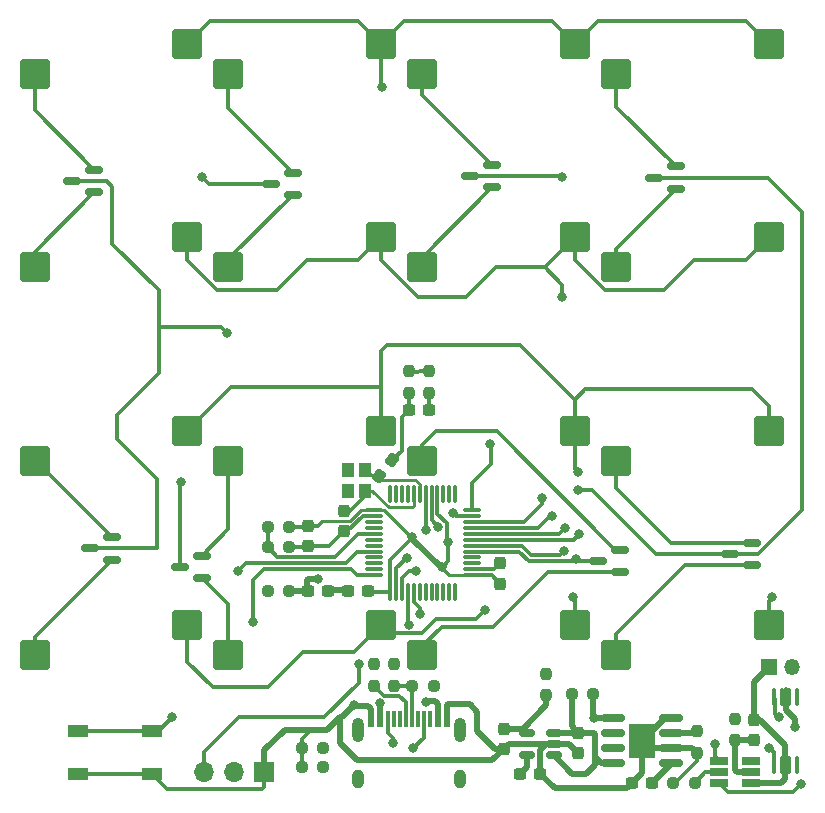
<source format=gbr>
%TF.GenerationSoftware,KiCad,Pcbnew,7.0.8*%
%TF.CreationDate,2023-10-13T15:36:56+03:00*%
%TF.ProjectId,4x4_switch,3478345f-7377-4697-9463-682e6b696361,rev?*%
%TF.SameCoordinates,Original*%
%TF.FileFunction,Copper,L2,Bot*%
%TF.FilePolarity,Positive*%
%FSLAX46Y46*%
G04 Gerber Fmt 4.6, Leading zero omitted, Abs format (unit mm)*
G04 Created by KiCad (PCBNEW 7.0.8) date 2023-10-13 15:36:56*
%MOMM*%
%LPD*%
G01*
G04 APERTURE LIST*
G04 Aperture macros list*
%AMRoundRect*
0 Rectangle with rounded corners*
0 $1 Rounding radius*
0 $2 $3 $4 $5 $6 $7 $8 $9 X,Y pos of 4 corners*
0 Add a 4 corners polygon primitive as box body*
4,1,4,$2,$3,$4,$5,$6,$7,$8,$9,$2,$3,0*
0 Add four circle primitives for the rounded corners*
1,1,$1+$1,$2,$3*
1,1,$1+$1,$4,$5*
1,1,$1+$1,$6,$7*
1,1,$1+$1,$8,$9*
0 Add four rect primitives between the rounded corners*
20,1,$1+$1,$2,$3,$4,$5,0*
20,1,$1+$1,$4,$5,$6,$7,0*
20,1,$1+$1,$6,$7,$8,$9,0*
20,1,$1+$1,$8,$9,$2,$3,0*%
G04 Aperture macros list end*
%TA.AperFunction,SMDPad,CuDef*%
%ADD10RoundRect,0.237500X0.250000X0.237500X-0.250000X0.237500X-0.250000X-0.237500X0.250000X-0.237500X0*%
%TD*%
%TA.AperFunction,SMDPad,CuDef*%
%ADD11R,1.800000X1.100000*%
%TD*%
%TA.AperFunction,ComponentPad*%
%ADD12R,1.350000X1.350000*%
%TD*%
%TA.AperFunction,ComponentPad*%
%ADD13O,1.350000X1.350000*%
%TD*%
%TA.AperFunction,SMDPad,CuDef*%
%ADD14RoundRect,0.237500X-0.250000X-0.237500X0.250000X-0.237500X0.250000X0.237500X-0.250000X0.237500X0*%
%TD*%
%TA.AperFunction,SMDPad,CuDef*%
%ADD15R,1.560000X0.650000*%
%TD*%
%TA.AperFunction,SMDPad,CuDef*%
%ADD16RoundRect,0.100000X0.100000X-0.637500X0.100000X0.637500X-0.100000X0.637500X-0.100000X-0.637500X0*%
%TD*%
%TA.AperFunction,SMDPad,CuDef*%
%ADD17RoundRect,0.150000X0.825000X0.150000X-0.825000X0.150000X-0.825000X-0.150000X0.825000X-0.150000X0*%
%TD*%
%TA.AperFunction,SMDPad,CuDef*%
%ADD18R,2.290000X3.000000*%
%TD*%
%TA.AperFunction,SMDPad,CuDef*%
%ADD19RoundRect,0.237500X0.237500X-0.250000X0.237500X0.250000X-0.237500X0.250000X-0.237500X-0.250000X0*%
%TD*%
%TA.AperFunction,SMDPad,CuDef*%
%ADD20RoundRect,0.237500X-0.237500X0.250000X-0.237500X-0.250000X0.237500X-0.250000X0.237500X0.250000X0*%
%TD*%
%TA.AperFunction,SMDPad,CuDef*%
%ADD21RoundRect,0.237500X0.237500X-0.300000X0.237500X0.300000X-0.237500X0.300000X-0.237500X-0.300000X0*%
%TD*%
%TA.AperFunction,SMDPad,CuDef*%
%ADD22RoundRect,0.237500X0.300000X0.237500X-0.300000X0.237500X-0.300000X-0.237500X0.300000X-0.237500X0*%
%TD*%
%TA.AperFunction,ComponentPad*%
%ADD23R,1.700000X1.700000*%
%TD*%
%TA.AperFunction,ComponentPad*%
%ADD24O,1.700000X1.700000*%
%TD*%
%TA.AperFunction,SMDPad,CuDef*%
%ADD25R,1.000000X1.150000*%
%TD*%
%TA.AperFunction,SMDPad,CuDef*%
%ADD26RoundRect,0.237500X-0.010901X-0.382475X0.374772X0.077151X0.010901X0.382475X-0.374772X-0.077151X0*%
%TD*%
%TA.AperFunction,SMDPad,CuDef*%
%ADD27RoundRect,0.237500X-0.237500X0.300000X-0.237500X-0.300000X0.237500X-0.300000X0.237500X0.300000X0*%
%TD*%
%TA.AperFunction,SMDPad,CuDef*%
%ADD28RoundRect,0.250000X-1.025000X-1.000000X1.025000X-1.000000X1.025000X1.000000X-1.025000X1.000000X0*%
%TD*%
%TA.AperFunction,SMDPad,CuDef*%
%ADD29RoundRect,0.150000X0.587500X0.150000X-0.587500X0.150000X-0.587500X-0.150000X0.587500X-0.150000X0*%
%TD*%
%TA.AperFunction,SMDPad,CuDef*%
%ADD30RoundRect,0.237500X-0.300000X-0.237500X0.300000X-0.237500X0.300000X0.237500X-0.300000X0.237500X0*%
%TD*%
%TA.AperFunction,SMDPad,CuDef*%
%ADD31R,0.600000X1.450000*%
%TD*%
%TA.AperFunction,SMDPad,CuDef*%
%ADD32R,0.300000X1.450000*%
%TD*%
%TA.AperFunction,ComponentPad*%
%ADD33O,1.000000X1.600000*%
%TD*%
%TA.AperFunction,ComponentPad*%
%ADD34O,1.000000X2.100000*%
%TD*%
%TA.AperFunction,SMDPad,CuDef*%
%ADD35RoundRect,0.150000X0.512500X0.150000X-0.512500X0.150000X-0.512500X-0.150000X0.512500X-0.150000X0*%
%TD*%
%TA.AperFunction,SMDPad,CuDef*%
%ADD36RoundRect,0.075000X-0.075000X0.662500X-0.075000X-0.662500X0.075000X-0.662500X0.075000X0.662500X0*%
%TD*%
%TA.AperFunction,SMDPad,CuDef*%
%ADD37RoundRect,0.075000X-0.662500X0.075000X-0.662500X-0.075000X0.662500X-0.075000X0.662500X0.075000X0*%
%TD*%
%TA.AperFunction,ViaPad*%
%ADD38C,0.800000*%
%TD*%
%TA.AperFunction,Conductor*%
%ADD39C,0.300000*%
%TD*%
%TA.AperFunction,Conductor*%
%ADD40C,0.500000*%
%TD*%
%TA.AperFunction,Conductor*%
%ADD41C,0.250000*%
%TD*%
G04 APERTURE END LIST*
D10*
%TO.P,R11,1*%
%TO.N,+3.3V*%
X179261852Y-74831610D03*
%TO.P,R11,2*%
%TO.N,Net-(U2-PB5)*%
X177436852Y-74831610D03*
%TD*%
D11*
%TO.P,SW1,1*%
%TO.N,GND*%
X167613812Y-90383871D03*
X161413812Y-90383871D03*
%TO.P,SW1,2*%
%TO.N,Net-(U2-PB5)*%
X161413812Y-86683871D03*
X167613812Y-86683871D03*
%TD*%
D12*
%TO.P,J1,1,Pin_1*%
%TO.N,-BATT*%
X219853622Y-81312027D03*
D13*
%TO.P,J1,2,Pin_2*%
%TO.N,+BATT*%
X221853622Y-81312027D03*
%TD*%
D14*
%TO.P,R10,1*%
%TO.N,+BATT*%
X203189911Y-83556128D03*
%TO.P,R10,2*%
%TO.N,+5V*%
X205014911Y-83556128D03*
%TD*%
D15*
%TO.P,U6,1,OD*%
%TO.N,Net-(U5-Gate_1)*%
X215683220Y-91166987D03*
%TO.P,U6,2,CS*%
%TO.N,Net-(U6-CS)*%
X215683220Y-90216987D03*
%TO.P,U6,3,OC*%
%TO.N,Net-(U5-Gate_2)*%
X215683220Y-89266987D03*
%TO.P,U6,4,TD*%
%TO.N,unconnected-(U6-TD-Pad4)*%
X218383220Y-89266987D03*
%TO.P,U6,5,VCC*%
%TO.N,Net-(U6-VCC)*%
X218383220Y-90216987D03*
%TO.P,U6,6,GND*%
%TO.N,-BATT*%
X218383220Y-91166987D03*
%TD*%
D16*
%TO.P,U5,1,Drain*%
%TO.N,unconnected-(U5-Drain-Pad1)*%
X222260687Y-89600616D03*
%TO.P,U5,2,Source_1*%
%TO.N,-BATT*%
X221610687Y-89600616D03*
%TO.P,U5,3,Source_1*%
X220960687Y-89600616D03*
%TO.P,U5,4,Gate_1*%
%TO.N,Net-(U5-Gate_1)*%
X220310687Y-89600616D03*
%TO.P,U5,5,Gate_2*%
%TO.N,Net-(U5-Gate_2)*%
X220310687Y-83875616D03*
%TO.P,U5,6,Source_2*%
%TO.N,GND*%
X220960687Y-83875616D03*
%TO.P,U5,7,Source_2*%
X221610687Y-83875616D03*
%TO.P,U5,8,Drain*%
%TO.N,unconnected-(U5-Drain-Pad8)*%
X222260687Y-83875616D03*
%TD*%
D17*
%TO.P,U4,1,TEMP*%
%TO.N,GND*%
X211607217Y-85630769D03*
%TO.P,U4,2,PROG*%
%TO.N,Net-(U4-PROG)*%
X211607217Y-86900769D03*
%TO.P,U4,3,GND*%
%TO.N,GND*%
X211607217Y-88170769D03*
%TO.P,U4,4,VCC*%
%TO.N,+5V*%
X211607217Y-89440769D03*
%TO.P,U4,5,BAT*%
%TO.N,+BATT*%
X206657217Y-89440769D03*
%TO.P,U4,6,~{STDBY}*%
%TO.N,unconnected-(U4-~{STDBY}-Pad6)*%
X206657217Y-88170769D03*
%TO.P,U4,7,~{CHRG}*%
%TO.N,unconnected-(U4-~{CHRG}-Pad7)*%
X206657217Y-86900769D03*
%TO.P,U4,8,CE*%
%TO.N,+5V*%
X206657217Y-85630769D03*
D18*
%TO.P,U4,9,PP*%
%TO.N,GND*%
X209132217Y-87535769D03*
%TD*%
D19*
%TO.P,R16,1*%
%TO.N,Net-(U1-VOUT)*%
X201025786Y-83683412D03*
%TO.P,R16,2*%
%TO.N,+3.3V*%
X201025786Y-81858412D03*
%TD*%
D20*
%TO.P,R15,1*%
%TO.N,+BATT*%
X217024745Y-85676695D03*
%TO.P,R15,2*%
%TO.N,Net-(U6-VCC)*%
X217024745Y-87501695D03*
%TD*%
D14*
%TO.P,R14,1*%
%TO.N,GND*%
X211771103Y-91111939D03*
%TO.P,R14,2*%
%TO.N,Net-(U6-CS)*%
X213596103Y-91111939D03*
%TD*%
D19*
%TO.P,R13,1*%
%TO.N,GND*%
X213773559Y-88567528D03*
%TO.P,R13,2*%
%TO.N,Net-(U4-PROG)*%
X213773559Y-86742528D03*
%TD*%
D21*
%TO.P,C15,1*%
%TO.N,Net-(U6-VCC)*%
X218626643Y-87486811D03*
%TO.P,C15,2*%
%TO.N,-BATT*%
X218626643Y-85761811D03*
%TD*%
D22*
%TO.P,C14,1*%
%TO.N,+5V*%
X210010636Y-91119945D03*
%TO.P,C14,2*%
%TO.N,GND*%
X208285636Y-91119945D03*
%TD*%
D14*
%TO.P,R9,1*%
%TO.N,Net-(P1-D+)*%
X189675073Y-82925137D03*
%TO.P,R9,2*%
%TO.N,+3.3V*%
X191500073Y-82925137D03*
%TD*%
D23*
%TO.P,J2,1,Pin_1*%
%TO.N,GND*%
X177155948Y-90157813D03*
D24*
%TO.P,J2,2,Pin_2*%
%TO.N,SWCLK*%
X174615948Y-90157813D03*
%TO.P,J2,3,Pin_3*%
%TO.N,SWDIO*%
X172075948Y-90157813D03*
%TD*%
D20*
%TO.P,R8,1*%
%TO.N,USB_D+*%
X188092813Y-81068516D03*
%TO.P,R8,2*%
%TO.N,Net-(P1-D+)*%
X188092813Y-82893516D03*
%TD*%
%TO.P,R7,1*%
%TO.N,USB_D-*%
X186464342Y-81052706D03*
%TO.P,R7,2*%
%TO.N,Net-(P1-D-)*%
X186464342Y-82877706D03*
%TD*%
D14*
%TO.P,R2,1*%
%TO.N,GND*%
X180334577Y-88153051D03*
%TO.P,R2,2*%
%TO.N,Net-(P1-VCONN)*%
X182159577Y-88153051D03*
%TD*%
%TO.P,R1,1*%
%TO.N,GND*%
X180329112Y-89810463D03*
%TO.P,R1,2*%
%TO.N,Net-(P1-CC)*%
X182154112Y-89810463D03*
%TD*%
D25*
%TO.P,Y1,1,1*%
%TO.N,osc2*%
X185647378Y-64665096D03*
%TO.P,Y1,2,2*%
%TO.N,osc1*%
X185647378Y-66415096D03*
%TO.P,Y1,3*%
%TO.N,N/C*%
X184247378Y-66415096D03*
%TO.P,Y1,4*%
X184247378Y-64665096D03*
%TD*%
D26*
%TO.P,C10,1*%
%TO.N,osc2*%
X186875817Y-65121234D03*
%TO.P,C10,2*%
%TO.N,GND*%
X187984625Y-63799808D03*
%TD*%
D27*
%TO.P,C9,1*%
%TO.N,osc1*%
X183902587Y-68088190D03*
%TO.P,C9,2*%
%TO.N,GND*%
X183902587Y-69813190D03*
%TD*%
D28*
%TO.P,SW11,1*%
%TO.N,Net-(D6-Pad1)*%
X157715000Y-63860000D03*
%TO.P,SW11,2*%
%TO.N,row_3*%
X170642000Y-61320000D03*
%TD*%
%TO.P,SW23,1*%
%TO.N,Net-(D12-Pad1)*%
X206915000Y-63860000D03*
%TO.P,SW23,2*%
%TO.N,row_3*%
X219842000Y-61320000D03*
%TD*%
%TO.P,SW19,1*%
%TO.N,Net-(D10-Pad1)*%
X190515000Y-63860000D03*
%TO.P,SW19,2*%
%TO.N,row_3*%
X203442000Y-61320000D03*
%TD*%
%TO.P,SW24,1*%
%TO.N,Net-(D12-Pad2)*%
X206915000Y-80260000D03*
%TO.P,SW24,2*%
%TO.N,row_4*%
X219842000Y-77720000D03*
%TD*%
%TO.P,SW12,1*%
%TO.N,Net-(D6-Pad2)*%
X157715000Y-80260000D03*
%TO.P,SW12,2*%
%TO.N,row_4*%
X170642000Y-77720000D03*
%TD*%
%TO.P,SW16,1*%
%TO.N,Net-(D8-Pad2)*%
X174115000Y-80260000D03*
%TO.P,SW16,2*%
%TO.N,row_4*%
X187042000Y-77720000D03*
%TD*%
%TO.P,SW14,1*%
%TO.N,Net-(D7-Pad2)*%
X174115000Y-47460000D03*
%TO.P,SW14,2*%
%TO.N,row_2*%
X187042000Y-44920000D03*
%TD*%
%TO.P,SW13,1*%
%TO.N,Net-(D7-Pad1)*%
X174115000Y-31060000D03*
%TO.P,SW13,2*%
%TO.N,row_1*%
X187042000Y-28520000D03*
%TD*%
%TO.P,SW18,2*%
%TO.N,row_2*%
X203442000Y-44920000D03*
%TO.P,SW18,1*%
%TO.N,Net-(D9-Pad2)*%
X190515000Y-47460000D03*
%TD*%
%TO.P,SW15,1*%
%TO.N,Net-(D8-Pad1)*%
X174115000Y-63860000D03*
%TO.P,SW15,2*%
%TO.N,row_3*%
X187042000Y-61320000D03*
%TD*%
%TO.P,SW9,1*%
%TO.N,Net-(D5-Pad1)*%
X157715000Y-31060000D03*
%TO.P,SW9,2*%
%TO.N,row_1*%
X170642000Y-28520000D03*
%TD*%
%TO.P,SW10,1*%
%TO.N,Net-(D5-Pad2)*%
X157715000Y-47460000D03*
%TO.P,SW10,2*%
%TO.N,row_2*%
X170642000Y-44920000D03*
%TD*%
%TO.P,SW21,1*%
%TO.N,Net-(D11-Pad1)*%
X206915000Y-31060000D03*
%TO.P,SW21,2*%
%TO.N,row_1*%
X219842000Y-28520000D03*
%TD*%
%TO.P,SW17,1*%
%TO.N,Net-(D9-Pad1)*%
X190515000Y-31060000D03*
%TO.P,SW17,2*%
%TO.N,row_1*%
X203442000Y-28520000D03*
%TD*%
%TO.P,SW22,1*%
%TO.N,Net-(D11-Pad2)*%
X206915000Y-47460000D03*
%TO.P,SW22,2*%
%TO.N,row_2*%
X219842000Y-44920000D03*
%TD*%
%TO.P,SW20,2*%
%TO.N,row_4*%
X203442000Y-77720000D03*
%TO.P,SW20,1*%
%TO.N,Net-(D10-Pad2)*%
X190515000Y-80260000D03*
%TD*%
D29*
%TO.P,D10,1*%
%TO.N,Net-(D10-Pad1)*%
X207262063Y-71359309D03*
%TO.P,D10,2*%
%TO.N,Net-(D10-Pad2)*%
X207262063Y-73259309D03*
%TO.P,D10,3*%
%TO.N,col_3*%
X205387063Y-72309309D03*
%TD*%
D22*
%TO.P,C6,1*%
%TO.N,+3.3V*%
X191088767Y-59586857D03*
%TO.P,C6,2*%
%TO.N,GND*%
X189363767Y-59586857D03*
%TD*%
D29*
%TO.P,D9,1*%
%TO.N,Net-(D9-Pad1)*%
X196465730Y-38786628D03*
%TO.P,D9,2*%
%TO.N,Net-(D9-Pad2)*%
X196465730Y-40686628D03*
%TO.P,D9,3*%
%TO.N,col_3*%
X194590730Y-39736628D03*
%TD*%
D27*
%TO.P,C8,1*%
%TO.N,+3.3V*%
X180863174Y-69351689D03*
%TO.P,C8,2*%
%TO.N,GND*%
X180863174Y-71076689D03*
%TD*%
D21*
%TO.P,C5,1*%
%TO.N,+3.3V*%
X197129029Y-74265311D03*
%TO.P,C5,2*%
%TO.N,GND*%
X197129029Y-72540311D03*
%TD*%
D30*
%TO.P,C4,1*%
%TO.N,+3.3V*%
X180854692Y-74896511D03*
%TO.P,C4,2*%
%TO.N,GND*%
X182579692Y-74896511D03*
%TD*%
D29*
%TO.P,D6,1*%
%TO.N,Net-(D6-Pad1)*%
X164300000Y-70320000D03*
%TO.P,D6,2*%
%TO.N,Net-(D6-Pad2)*%
X164300000Y-72220000D03*
%TO.P,D6,3*%
%TO.N,col_1*%
X162425000Y-71270000D03*
%TD*%
D31*
%TO.P,P1,A1,GND*%
%TO.N,GND*%
X192649042Y-85724719D03*
%TO.P,P1,A4,VBUS*%
%TO.N,+5V*%
X191849042Y-85724719D03*
D32*
%TO.P,P1,A5,CC*%
%TO.N,Net-(P1-CC)*%
X190649042Y-85724719D03*
%TO.P,P1,A6,D+*%
%TO.N,Net-(P1-D+)*%
X189649042Y-85724719D03*
%TO.P,P1,A7,D-*%
%TO.N,Net-(P1-D-)*%
X189149042Y-85724719D03*
%TO.P,P1,A8*%
%TO.N,N/C*%
X188149042Y-85724719D03*
D31*
%TO.P,P1,A9,VBUS*%
%TO.N,+5V*%
X186949042Y-85724719D03*
%TO.P,P1,A12,GND*%
%TO.N,GND*%
X186149042Y-85724719D03*
%TO.P,P1,B1,GND*%
X186149042Y-85724719D03*
%TO.P,P1,B4,VBUS*%
%TO.N,+5V*%
X186949042Y-85724719D03*
D32*
%TO.P,P1,B5,VCONN*%
%TO.N,Net-(P1-VCONN)*%
X187649042Y-85724719D03*
%TO.P,P1,B6*%
%TO.N,N/C*%
X188649042Y-85724719D03*
%TO.P,P1,B7*%
X190149042Y-85724719D03*
%TO.P,P1,B8*%
X191149042Y-85724719D03*
D31*
%TO.P,P1,B9,VBUS*%
%TO.N,+5V*%
X191849042Y-85724719D03*
%TO.P,P1,B12,GND*%
%TO.N,GND*%
X192649042Y-85724719D03*
D33*
%TO.P,P1,S1,SHIELD*%
%TO.N,unconnected-(P1-SHIELD-PadS1)*%
X193719042Y-90819719D03*
D34*
X193719042Y-86639719D03*
D33*
X185079042Y-90819719D03*
D34*
X185079042Y-86639719D03*
%TD*%
D19*
%TO.P,R5,1*%
%TO.N,+3.3V*%
X191110811Y-58065826D03*
%TO.P,R5,2*%
%TO.N,RESET*%
X191110811Y-56240826D03*
%TD*%
D35*
%TO.P,U1,1,VIN*%
%TO.N,+BATT*%
X201669871Y-86892103D03*
%TO.P,U1,2,GND*%
%TO.N,GND*%
X201669871Y-87842103D03*
%TO.P,U1,3,INH*%
%TO.N,+BATT*%
X201669871Y-88792103D03*
%TO.P,U1,4,BYP*%
%TO.N,Net-(U1-BYP)*%
X199394871Y-88792103D03*
%TO.P,U1,5,VOUT*%
%TO.N,Net-(U1-VOUT)*%
X199394871Y-86892103D03*
%TD*%
D30*
%TO.P,C2,1*%
%TO.N,Net-(U1-BYP)*%
X198802746Y-90324763D03*
%TO.P,C2,2*%
%TO.N,GND*%
X200527746Y-90324763D03*
%TD*%
D29*
%TO.P,D11,1*%
%TO.N,Net-(D11-Pad1)*%
X211989752Y-38928550D03*
%TO.P,D11,2*%
%TO.N,Net-(D11-Pad2)*%
X211989752Y-40828550D03*
%TO.P,D11,3*%
%TO.N,col_4*%
X210114752Y-39878550D03*
%TD*%
D22*
%TO.P,C7,1*%
%TO.N,+3.3V*%
X185951606Y-74878054D03*
%TO.P,C7,2*%
%TO.N,GND*%
X184226606Y-74878054D03*
%TD*%
D27*
%TO.P,C3,1*%
%TO.N,Net-(U1-VOUT)*%
X197422612Y-86534557D03*
%TO.P,C3,2*%
%TO.N,GND*%
X197422612Y-88259557D03*
%TD*%
D29*
%TO.P,D12,1*%
%TO.N,Net-(D12-Pad1)*%
X218457027Y-70788448D03*
%TO.P,D12,2*%
%TO.N,Net-(D12-Pad2)*%
X218457027Y-72688448D03*
%TO.P,D12,3*%
%TO.N,col_4*%
X216582027Y-71738448D03*
%TD*%
%TO.P,D8,1*%
%TO.N,Net-(D8-Pad1)*%
X171900221Y-71866727D03*
%TO.P,D8,2*%
%TO.N,Net-(D8-Pad2)*%
X171900221Y-73766727D03*
%TO.P,D8,3*%
%TO.N,col_2*%
X170025221Y-72816727D03*
%TD*%
%TO.P,D5,1*%
%TO.N,Net-(D5-Pad1)*%
X162760652Y-39199511D03*
%TO.P,D5,2*%
%TO.N,Net-(D5-Pad2)*%
X162760652Y-41099511D03*
%TO.P,D5,3*%
%TO.N,col_1*%
X160885652Y-40149511D03*
%TD*%
D27*
%TO.P,C1,1*%
%TO.N,+BATT*%
X203724053Y-86861272D03*
%TO.P,C1,2*%
%TO.N,GND*%
X203724053Y-88586272D03*
%TD*%
D10*
%TO.P,R6,1*%
%TO.N,+3.3V*%
X179284861Y-69414259D03*
%TO.P,R6,2*%
%TO.N,BOOT0*%
X177459861Y-69414259D03*
%TD*%
D19*
%TO.P,R3,1*%
%TO.N,GND*%
X189413428Y-58105267D03*
%TO.P,R3,2*%
%TO.N,RESET*%
X189413428Y-56280267D03*
%TD*%
D36*
%TO.P,U2,1,VBAT*%
%TO.N,unconnected-(U2-VBAT-Pad1)*%
X187815428Y-66621310D03*
%TO.P,U2,2,PC13*%
%TO.N,unconnected-(U2-PC13-Pad2)*%
X188315428Y-66621310D03*
%TO.P,U2,3,PC14*%
%TO.N,unconnected-(U2-PC14-Pad3)*%
X188815428Y-66621310D03*
%TO.P,U2,4,PC15*%
%TO.N,unconnected-(U2-PC15-Pad4)*%
X189315428Y-66621310D03*
%TO.P,U2,5,PD0*%
%TO.N,osc1*%
X189815428Y-66621310D03*
%TO.P,U2,6,PD1*%
%TO.N,osc2*%
X190315428Y-66621310D03*
%TO.P,U2,7,NRST*%
%TO.N,RESET*%
X190815428Y-66621310D03*
%TO.P,U2,8,VSSA*%
%TO.N,GND*%
X191315428Y-66621310D03*
%TO.P,U2,9,VDDA*%
%TO.N,+3.3V*%
X191815428Y-66621310D03*
%TO.P,U2,10,PA0*%
%TO.N,unconnected-(U2-PA0-Pad10)*%
X192315428Y-66621310D03*
%TO.P,U2,11,PA1*%
%TO.N,unconnected-(U2-PA1-Pad11)*%
X192815428Y-66621310D03*
%TO.P,U2,12,PA2*%
%TO.N,unconnected-(U2-PA2-Pad12)*%
X193315428Y-66621310D03*
D37*
%TO.P,U2,13,PA3*%
%TO.N,col_1*%
X194727928Y-68033810D03*
%TO.P,U2,14,PA4*%
%TO.N,col_2*%
X194727928Y-68533810D03*
%TO.P,U2,15,PA5*%
%TO.N,row_1*%
X194727928Y-69033810D03*
%TO.P,U2,16,PA6*%
%TO.N,row_2*%
X194727928Y-69533810D03*
%TO.P,U2,17,PA7*%
%TO.N,row_3*%
X194727928Y-70033810D03*
%TO.P,U2,18,PB0*%
%TO.N,col_4*%
X194727928Y-70533810D03*
%TO.P,U2,19,PB1*%
%TO.N,row_4*%
X194727928Y-71033810D03*
%TO.P,U2,20,PB2*%
%TO.N,col_3*%
X194727928Y-71533810D03*
%TO.P,U2,21,PB10*%
%TO.N,unconnected-(U2-PB10-Pad21)*%
X194727928Y-72033810D03*
%TO.P,U2,22,PB11*%
%TO.N,unconnected-(U2-PB11-Pad22)*%
X194727928Y-72533810D03*
%TO.P,U2,23,VSS*%
%TO.N,GND*%
X194727928Y-73033810D03*
%TO.P,U2,24,VDD*%
%TO.N,+3.3V*%
X194727928Y-73533810D03*
D36*
%TO.P,U2,25,PB12*%
%TO.N,unconnected-(U2-PB12-Pad25)*%
X193315428Y-74946310D03*
%TO.P,U2,26,PB13*%
%TO.N,unconnected-(U2-PB13-Pad26)*%
X192815428Y-74946310D03*
%TO.P,U2,27,PB14*%
%TO.N,unconnected-(U2-PB14-Pad27)*%
X192315428Y-74946310D03*
%TO.P,U2,28,PB15*%
%TO.N,unconnected-(U2-PB15-Pad28)*%
X191815428Y-74946310D03*
%TO.P,U2,29,PA8*%
%TO.N,unconnected-(U2-PA8-Pad29)*%
X191315428Y-74946310D03*
%TO.P,U2,30,PA9*%
%TO.N,unconnected-(U2-PA9-Pad30)*%
X190815428Y-74946310D03*
%TO.P,U2,31,PA10*%
%TO.N,unconnected-(U2-PA10-Pad31)*%
X190315428Y-74946310D03*
%TO.P,U2,32,PA11*%
%TO.N,USB_D-*%
X189815428Y-74946310D03*
%TO.P,U2,33,PA12*%
%TO.N,USB_D+*%
X189315428Y-74946310D03*
%TO.P,U2,34,PA13*%
%TO.N,SWDIO*%
X188815428Y-74946310D03*
%TO.P,U2,35,VSS*%
%TO.N,GND*%
X188315428Y-74946310D03*
%TO.P,U2,36,VDD*%
%TO.N,+3.3V*%
X187815428Y-74946310D03*
D37*
%TO.P,U2,37,PA14*%
%TO.N,SWCLK*%
X186402928Y-73533810D03*
%TO.P,U2,38,PA15*%
%TO.N,unconnected-(U2-PA15-Pad38)*%
X186402928Y-73033810D03*
%TO.P,U2,39,PB3*%
%TO.N,unconnected-(U2-PB3-Pad39)*%
X186402928Y-72533810D03*
%TO.P,U2,40,PB4*%
%TO.N,unconnected-(U2-PB4-Pad40)*%
X186402928Y-72033810D03*
%TO.P,U2,41,PB5*%
%TO.N,Net-(U2-PB5)*%
X186402928Y-71533810D03*
%TO.P,U2,42,PB6*%
%TO.N,unconnected-(U2-PB6-Pad42)*%
X186402928Y-71033810D03*
%TO.P,U2,43,PB7*%
%TO.N,unconnected-(U2-PB7-Pad43)*%
X186402928Y-70533810D03*
%TO.P,U2,44,BOOT0*%
%TO.N,BOOT0*%
X186402928Y-70033810D03*
%TO.P,U2,45,PB8*%
%TO.N,unconnected-(U2-PB8-Pad45)*%
X186402928Y-69533810D03*
%TO.P,U2,46,PB9*%
%TO.N,unconnected-(U2-PB9-Pad46)*%
X186402928Y-69033810D03*
%TO.P,U2,47,VSS*%
%TO.N,GND*%
X186402928Y-68533810D03*
%TO.P,U2,48,VDD*%
%TO.N,+3.3V*%
X186402928Y-68033810D03*
%TD*%
D29*
%TO.P,D7,1*%
%TO.N,Net-(D7-Pad1)*%
X179555383Y-39446908D03*
%TO.P,D7,2*%
%TO.N,Net-(D7-Pad2)*%
X179555383Y-41346908D03*
%TO.P,D7,3*%
%TO.N,col_2*%
X177680383Y-40396908D03*
%TD*%
D10*
%TO.P,R4,1*%
%TO.N,GND*%
X179259348Y-71149198D03*
%TO.P,R4,2*%
%TO.N,BOOT0*%
X177434348Y-71149198D03*
%TD*%
D38*
%TO.N,Net-(U2-PB5)*%
X169380000Y-85560000D03*
X177459937Y-74807424D03*
X174896139Y-73211096D03*
%TO.N,GND*%
X222054275Y-86417966D03*
X213792052Y-88593898D03*
%TO.N,+BATT*%
X217052831Y-85671841D03*
X203212428Y-83518890D03*
%TO.N,Net-(U5-Gate_2)*%
X215271826Y-87784859D03*
X220704377Y-85559999D03*
%TO.N,Net-(U5-Gate_1)*%
X219911406Y-88126967D03*
X222601558Y-91205734D03*
%TO.N,+3.3V*%
X201025017Y-81855367D03*
X191504377Y-82921185D03*
%TO.N,+5V*%
X209940792Y-91168123D03*
X205032095Y-85630769D03*
%TO.N,row_4*%
X220180000Y-75400000D03*
%TO.N,row_1*%
X187160000Y-32220000D03*
%TO.N,row_2*%
X202400000Y-50000000D03*
%TO.N,row_1*%
X200630075Y-66956167D03*
%TO.N,row_2*%
X201475909Y-68558876D03*
%TO.N,col_1*%
X173999678Y-53012171D03*
X196277097Y-62462376D03*
%TO.N,col_2*%
X193137478Y-68270209D03*
%TO.N,row_3*%
X202611220Y-69496167D03*
X203693726Y-64809709D03*
%TO.N,row_4*%
X202522234Y-71446667D03*
%TO.N,col_4*%
X203806966Y-70078078D03*
X203670813Y-66350741D03*
%TO.N,row_4*%
X203327571Y-75400000D03*
X195844311Y-76444894D03*
%TO.N,SWDIO*%
X185158612Y-81060856D03*
%TO.N,SWCLK*%
X176210658Y-77463267D03*
%TO.N,SWDIO*%
X190034234Y-73199539D03*
%TO.N,col_2*%
X171920000Y-39840000D03*
X170063009Y-65622485D03*
%TO.N,col_3*%
X202400000Y-39840000D03*
X203584143Y-72184071D03*
%TO.N,+3.3V*%
X181713902Y-73826186D03*
X189700000Y-70320000D03*
X192240000Y-72860000D03*
%TO.N,GND*%
X184740951Y-84538823D03*
%TO.N,USB_D-*%
X190371941Y-76846447D03*
%TO.N,USB_D+*%
X189444800Y-77711152D03*
X188077003Y-81049174D03*
%TO.N,USB_D-*%
X186448532Y-81049174D03*
%TO.N,Net-(P1-VCONN)*%
X188089770Y-87770616D03*
%TO.N,Net-(P1-CC)*%
X189776212Y-88165876D03*
X182142000Y-89828245D03*
%TO.N,Net-(P1-VCONN)*%
X182161062Y-88176246D03*
%TO.N,+5V*%
X190882940Y-84242466D03*
X186955851Y-84387408D03*
%TO.N,GND*%
X189227273Y-72051790D03*
X197129029Y-72540311D03*
X184226606Y-74878054D03*
X189416513Y-58104720D03*
X179268272Y-71118529D03*
X191887247Y-69452806D03*
%TO.N,+3.3V*%
X192736578Y-70689730D03*
X191117433Y-58078143D03*
%TO.N,RESET*%
X189412219Y-56291155D03*
X190821563Y-69713306D03*
%TD*%
D39*
%TO.N,GND*%
X161413812Y-90383871D02*
X167613812Y-90383871D01*
%TO.N,Net-(U2-PB5)*%
X161413812Y-86683871D02*
X167613812Y-86683871D01*
D40*
%TO.N,+5V*%
X190882940Y-84242466D02*
X190919866Y-84205540D01*
X191647424Y-84205540D02*
X191849042Y-84407158D01*
X190919866Y-84205540D02*
X191647424Y-84205540D01*
X191849042Y-84407158D02*
X191849042Y-85724719D01*
%TO.N,GND*%
X192649042Y-85724719D02*
X192649042Y-84548636D01*
X192649042Y-84548636D02*
X192722444Y-84475234D01*
X196691430Y-88259557D02*
X197422612Y-88259557D01*
X192722444Y-84475234D02*
X194542051Y-84475234D01*
X194542051Y-84475234D02*
X195157918Y-85091101D01*
X195157918Y-86726045D02*
X196691430Y-88259557D01*
X195157918Y-85091101D02*
X195157918Y-86726045D01*
D39*
%TO.N,Net-(U2-PB5)*%
X167613812Y-86683871D02*
X168256129Y-86683871D01*
X168256129Y-86683871D02*
X169380000Y-85560000D01*
X174896139Y-73211096D02*
X175620409Y-72486826D01*
X175620409Y-72486826D02*
X184043603Y-72486826D01*
X184043603Y-72486826D02*
X184996619Y-71533810D01*
X184996619Y-71533810D02*
X186402928Y-71533810D01*
D40*
%TO.N,+3.3V*%
X180797793Y-73951591D02*
X180797793Y-74823608D01*
X180789791Y-74831610D02*
X179261852Y-74831610D01*
X180797793Y-74823608D02*
X180789791Y-74831610D01*
D39*
%TO.N,SWCLK*%
X176210658Y-77463267D02*
X176210658Y-73916173D01*
X176210658Y-73916173D02*
X177096188Y-73030643D01*
X177096188Y-73030643D02*
X184500215Y-73030643D01*
X184500215Y-73030643D02*
X185003382Y-73533810D01*
X185003382Y-73533810D02*
X186402928Y-73533810D01*
%TO.N,GND*%
X167613812Y-90383871D02*
X168885008Y-91655067D01*
X168885008Y-91655067D02*
X176941173Y-91655067D01*
X176941173Y-91655067D02*
X177155948Y-91440292D01*
X177155948Y-91440292D02*
X177155948Y-90157813D01*
D40*
%TO.N,+3.3V*%
X181713902Y-73826186D02*
X180923198Y-73826186D01*
X180923198Y-73826186D02*
X180797793Y-73951591D01*
X180797793Y-73951591D02*
X180797793Y-74749658D01*
%TO.N,-BATT*%
X219853622Y-81312027D02*
X218626643Y-82539006D01*
X218626643Y-82539006D02*
X218626643Y-85761811D01*
%TO.N,GND*%
X222054275Y-86417966D02*
X222054275Y-85674599D01*
X222054275Y-85674599D02*
X221288503Y-84908827D01*
X221288503Y-84908827D02*
X221288503Y-83247929D01*
D39*
X213773559Y-88575405D02*
X213773559Y-88567528D01*
X213792052Y-88593898D02*
X213773559Y-88575405D01*
X213773559Y-88612391D02*
X213792052Y-88593898D01*
D40*
%TO.N,+BATT*%
X203212428Y-83518890D02*
X203189911Y-86327130D01*
%TO.N,-BATT*%
X218626643Y-85761811D02*
X219101643Y-85761811D01*
X219101643Y-85761811D02*
X221269201Y-87929369D01*
X221269201Y-87929369D02*
X221269201Y-90799854D01*
X221269201Y-90799854D02*
X220902068Y-91166987D01*
X220902068Y-91166987D02*
X218383220Y-91166987D01*
D39*
%TO.N,Net-(U5-Gate_2)*%
X220409227Y-85264849D02*
X220409227Y-83974156D01*
X220704377Y-85559999D02*
X220409227Y-85264849D01*
X220409227Y-83974156D02*
X220310687Y-83875616D01*
D40*
%TO.N,Net-(U6-VCC)*%
X218383220Y-90216987D02*
X217188657Y-90216987D01*
X217188657Y-90216987D02*
X217024745Y-90053075D01*
X217024745Y-90053075D02*
X217024745Y-87501695D01*
X217024745Y-87501695D02*
X218611759Y-87501695D01*
X218611759Y-87501695D02*
X218626643Y-87486811D01*
D39*
%TO.N,Net-(U5-Gate_2)*%
X215271826Y-87784859D02*
X215271826Y-88855593D01*
X215271826Y-88855593D02*
X215683220Y-89266987D01*
%TO.N,GND*%
X211771103Y-91111939D02*
X211931996Y-91111939D01*
X211931996Y-91111939D02*
X213773559Y-89270376D01*
X213773559Y-89270376D02*
X213773559Y-88612391D01*
%TO.N,Net-(U6-CS)*%
X215683220Y-90216987D02*
X214491055Y-90216987D01*
X214491055Y-90216987D02*
X213596103Y-91111939D01*
%TO.N,Net-(U5-Gate_1)*%
X222601558Y-91205734D02*
X221931260Y-91876032D01*
X221931260Y-91876032D02*
X216392265Y-91876032D01*
X216392265Y-91876032D02*
X215683220Y-91166987D01*
X219911406Y-88126967D02*
X220310687Y-88526248D01*
X220310687Y-88526248D02*
X220310687Y-89600616D01*
%TO.N,row_4*%
X195844311Y-76444894D02*
X195080629Y-77208576D01*
X191717300Y-77208576D02*
X190464724Y-78461152D01*
X190464724Y-78461152D02*
X187783152Y-78461152D01*
X195080629Y-77208576D02*
X191717300Y-77208576D01*
X187783152Y-78461152D02*
X187042000Y-77720000D01*
D40*
%TO.N,Net-(U1-VOUT)*%
X201025786Y-83683412D02*
X201025786Y-84546096D01*
X201025786Y-84546096D02*
X199037325Y-86534557D01*
%TO.N,GND*%
X183527007Y-87777468D02*
X183527007Y-85560000D01*
X184969442Y-89219903D02*
X183527007Y-87777468D01*
X196462266Y-89219903D02*
X184969442Y-89219903D01*
X197422612Y-88259557D02*
X196462266Y-89219903D01*
%TO.N,+BATT*%
X203189911Y-83556128D02*
X203212428Y-83518890D01*
X203189911Y-86327130D02*
X203724053Y-86861272D01*
%TO.N,+5V*%
X205014911Y-83556128D02*
X205014911Y-85613585D01*
X205014911Y-85613585D02*
X205032095Y-85630769D01*
%TO.N,GND*%
X211607217Y-88170769D02*
X213376800Y-88170769D01*
X213376800Y-88170769D02*
X213773559Y-88567528D01*
%TO.N,Net-(U4-PROG)*%
X211607217Y-86900769D02*
X213615318Y-86900769D01*
X213615318Y-86900769D02*
X213773559Y-86742528D01*
%TO.N,GND*%
X209132217Y-87535769D02*
X209132217Y-90257783D01*
X209132217Y-90257783D02*
X207869326Y-91520674D01*
X207869326Y-91520674D02*
X201723657Y-91520674D01*
X201723657Y-91520674D02*
X200527746Y-90324763D01*
%TO.N,+5V*%
X211607217Y-89440769D02*
X211607217Y-89501698D01*
X211607217Y-89501698D02*
X209940792Y-91168123D01*
X205032095Y-85630769D02*
X206657217Y-85630769D01*
%TO.N,GND*%
X209132217Y-87535769D02*
X211037217Y-85630769D01*
X211037217Y-85630769D02*
X211607217Y-85630769D01*
X209132217Y-87535769D02*
X209767217Y-88170769D01*
X209767217Y-88170769D02*
X211607217Y-88170769D01*
%TO.N,+BATT*%
X205150805Y-89635949D02*
X205150805Y-88100000D01*
X205150805Y-88100000D02*
X205150805Y-86966921D01*
X206657217Y-89440769D02*
X205682217Y-89440769D01*
X205682217Y-89440769D02*
X205150805Y-88909357D01*
X205150805Y-88909357D02*
X205150805Y-88100000D01*
D39*
%TO.N,row_4*%
X219842000Y-77720000D02*
X219842000Y-75738000D01*
X219842000Y-75738000D02*
X220180000Y-75400000D01*
%TO.N,Net-(D10-Pad1)*%
X207262063Y-71359309D02*
X206884744Y-71359309D01*
X206884744Y-71359309D02*
X196849930Y-61324495D01*
X196849930Y-61324495D02*
X191665351Y-61324495D01*
X191665351Y-61324495D02*
X190515000Y-62474846D01*
X190515000Y-62474846D02*
X190515000Y-63860000D01*
%TO.N,row_1*%
X187042000Y-28520000D02*
X187042000Y-32102000D01*
X187042000Y-32102000D02*
X187160000Y-32220000D01*
%TO.N,row_2*%
X200902000Y-47460000D02*
X202400000Y-48958000D01*
X202400000Y-48958000D02*
X202400000Y-50000000D01*
%TO.N,row_1*%
X200630075Y-66956167D02*
X200630075Y-67506500D01*
X199102765Y-69033810D02*
X194727928Y-69033810D01*
X200630075Y-67506500D02*
X199102765Y-69033810D01*
%TO.N,row_2*%
X201341041Y-68558876D02*
X200366107Y-69533810D01*
X201475909Y-68558876D02*
X201341041Y-68558876D01*
X200366107Y-69533810D02*
X194727928Y-69533810D01*
%TO.N,row_3*%
X203693726Y-64809709D02*
X203442000Y-64557983D01*
X203442000Y-64557983D02*
X203442000Y-61320000D01*
X202611220Y-69496167D02*
X202073577Y-70033810D01*
X202073577Y-70033810D02*
X194727928Y-70033810D01*
%TO.N,col_1*%
X168215504Y-52540000D02*
X168215504Y-56439286D01*
X168215504Y-49373058D02*
X168215504Y-52540000D01*
X168215504Y-52540000D02*
X173527507Y-52540000D01*
X173527507Y-52540000D02*
X173999678Y-53012171D01*
X196277097Y-62462376D02*
X196369507Y-62554786D01*
X196369507Y-62554786D02*
X196369507Y-64108871D01*
X196369507Y-64108871D02*
X194727928Y-65750450D01*
X194727928Y-65750450D02*
X194727928Y-68033810D01*
%TO.N,col_2*%
X193137478Y-68263843D02*
X193143844Y-68270209D01*
X193137478Y-68270209D02*
X193137478Y-68263843D01*
X193143844Y-68270209D02*
X193137478Y-68270209D01*
X193407445Y-68533810D02*
X193143844Y-68270209D01*
X194727928Y-68533810D02*
X193407445Y-68533810D01*
%TO.N,+3.3V*%
X192736578Y-70689730D02*
X192731900Y-70694408D01*
X192731900Y-70694408D02*
X192731900Y-72368100D01*
X192731900Y-72368100D02*
X192177268Y-72922732D01*
X192736578Y-70689730D02*
X192637247Y-70590399D01*
X192637247Y-70590399D02*
X192637247Y-69142145D01*
X192637247Y-69142145D02*
X191815428Y-68320326D01*
X191815428Y-68320326D02*
X191815428Y-66621310D01*
%TO.N,col_4*%
X203806966Y-70078078D02*
X203351234Y-70533810D01*
X203351234Y-70533810D02*
X194727928Y-70533810D01*
%TO.N,row_4*%
X202522234Y-71446667D02*
X202151316Y-71817585D01*
X198958467Y-71033810D02*
X194727928Y-71033810D01*
X202151316Y-71817585D02*
X199742242Y-71817585D01*
X199742242Y-71817585D02*
X198958467Y-71033810D01*
%TO.N,col_3*%
X203584143Y-72184071D02*
X203450629Y-72317585D01*
X203450629Y-72317585D02*
X199535136Y-72317585D01*
X199535136Y-72317585D02*
X198751361Y-71533810D01*
X198751361Y-71533810D02*
X194727928Y-71533810D01*
X203709381Y-72309309D02*
X205387063Y-72309309D01*
X203584143Y-72184071D02*
X203709381Y-72309309D01*
%TO.N,col_4*%
X203670813Y-66350741D02*
X204902652Y-66350741D01*
X204902652Y-66350741D02*
X210290359Y-71738448D01*
X210290359Y-71738448D02*
X216582027Y-71738448D01*
%TO.N,row_4*%
X203442000Y-77720000D02*
X203442000Y-75514429D01*
X203442000Y-75514429D02*
X203327571Y-75400000D01*
%TO.N,Net-(D10-Pad2)*%
X207262063Y-73259309D02*
X201138510Y-73259309D01*
X201138510Y-73259309D02*
X196515977Y-77881842D01*
X196515977Y-77881842D02*
X192190251Y-77881842D01*
X192190251Y-77881842D02*
X190515000Y-79557093D01*
X190515000Y-79557093D02*
X190515000Y-80260000D01*
%TO.N,USB_D+*%
X189444800Y-77711152D02*
X189315428Y-77581780D01*
X189315428Y-77581780D02*
X189315428Y-74946310D01*
%TO.N,row_4*%
X187042000Y-77720000D02*
X184730844Y-80031156D01*
X180464089Y-80031156D02*
X177475245Y-83020000D01*
X177475245Y-83020000D02*
X172801989Y-83020000D01*
X172801989Y-83020000D02*
X170642000Y-80860011D01*
X184730844Y-80031156D02*
X180464089Y-80031156D01*
X170642000Y-80860011D02*
X170642000Y-77720000D01*
%TO.N,SWDIO*%
X172075948Y-88529939D02*
X172075948Y-90157813D01*
X185158612Y-81060856D02*
X185158612Y-82646403D01*
X185158612Y-82646403D02*
X182245015Y-85560000D01*
X182245015Y-85560000D02*
X175045887Y-85560000D01*
X175045887Y-85560000D02*
X172075948Y-88529939D01*
%TO.N,row_3*%
X203442000Y-58662000D02*
X204298181Y-57805819D01*
X204298181Y-57805819D02*
X218457054Y-57805819D01*
X218457054Y-57805819D02*
X219842000Y-59190765D01*
X219842000Y-59190765D02*
X219842000Y-61320000D01*
X187042000Y-61320000D02*
X187042000Y-54511675D01*
X187042000Y-54511675D02*
X187513866Y-54039809D01*
X187513866Y-54039809D02*
X198819809Y-54039809D01*
X198819809Y-54039809D02*
X203442000Y-58662000D01*
X203442000Y-58662000D02*
X203442000Y-61320000D01*
X170642000Y-61320000D02*
X174342000Y-57620000D01*
X174342000Y-57620000D02*
X187042000Y-57620000D01*
X187042000Y-57620000D02*
X187042000Y-61320000D01*
D40*
%TO.N,GND*%
X183527007Y-85560000D02*
X183719774Y-85560000D01*
X183719774Y-85560000D02*
X184740951Y-84538823D01*
D39*
X180334577Y-88153051D02*
X180334577Y-87429944D01*
X180334577Y-87429944D02*
X181120960Y-86643561D01*
X181120960Y-86643561D02*
X182443446Y-86643561D01*
D40*
X183527007Y-85560000D02*
X182443446Y-86643561D01*
X182443446Y-86643561D02*
X178886343Y-86643561D01*
X178886343Y-86643561D02*
X177155948Y-88373956D01*
X177155948Y-88373956D02*
X177155948Y-90157813D01*
D39*
%TO.N,SWDIO*%
X190034234Y-73199539D02*
X189413513Y-73199539D01*
X189413513Y-73199539D02*
X188815428Y-73797624D01*
X188815428Y-73797624D02*
X188815428Y-74946310D01*
%TO.N,GND*%
X189227273Y-72051790D02*
X188315428Y-72963636D01*
X188315428Y-72963636D02*
X188315428Y-74946310D01*
%TO.N,col_4*%
X216582027Y-71738448D02*
X218951635Y-71738448D01*
X219812954Y-39878550D02*
X210114752Y-39878550D01*
X218951635Y-71738448D02*
X222720000Y-67970083D01*
X222720000Y-67970083D02*
X222720000Y-42785596D01*
X222720000Y-42785596D02*
X219812954Y-39878550D01*
%TO.N,col_1*%
X160885652Y-40149511D02*
X163797032Y-40149511D01*
X168069416Y-71195046D02*
X167994462Y-71270000D01*
X163797032Y-40149511D02*
X164300000Y-40652479D01*
X164300000Y-40652479D02*
X164300000Y-45457554D01*
X164300000Y-45457554D02*
X168215504Y-49373058D01*
X168215504Y-56439286D02*
X164681689Y-59973101D01*
X164681689Y-59973101D02*
X164681689Y-62015401D01*
X164681689Y-62015401D02*
X168069416Y-65403128D01*
X168069416Y-65403128D02*
X168069416Y-71195046D01*
X167994462Y-71270000D02*
X162425000Y-71270000D01*
%TO.N,col_2*%
X177680383Y-40396908D02*
X172476908Y-40396908D01*
X172476908Y-40396908D02*
X171920000Y-39840000D01*
X170063009Y-65622485D02*
X170025221Y-65584697D01*
X170025221Y-65660273D02*
X170063009Y-65622485D01*
%TO.N,col_3*%
X194590730Y-39736628D02*
X202296628Y-39736628D01*
X202296628Y-39736628D02*
X202400000Y-39840000D01*
%TO.N,col_2*%
X170025221Y-72816727D02*
X170025221Y-65660273D01*
%TO.N,row_2*%
X203442000Y-44920000D02*
X203442000Y-46860530D01*
X210987361Y-49385000D02*
X213527361Y-46845000D01*
X203442000Y-46860530D02*
X205966470Y-49385000D01*
X205966470Y-49385000D02*
X210987361Y-49385000D01*
X213527361Y-46845000D02*
X217917000Y-46845000D01*
X217917000Y-46845000D02*
X219842000Y-44920000D01*
X187042000Y-44920000D02*
X187042000Y-46860530D01*
X194205887Y-50000000D02*
X196745887Y-47460000D01*
X187042000Y-46860530D02*
X190181470Y-50000000D01*
X190181470Y-50000000D02*
X194205887Y-50000000D01*
X196745887Y-47460000D02*
X200902000Y-47460000D01*
X200902000Y-47460000D02*
X203442000Y-44920000D01*
X170642000Y-44920000D02*
X170642000Y-46860530D01*
X170642000Y-46860530D02*
X173166470Y-49385000D01*
X173166470Y-49385000D02*
X178187361Y-49385000D01*
X178187361Y-49385000D02*
X180727361Y-46845000D01*
X185117000Y-46845000D02*
X187042000Y-44920000D01*
X180727361Y-46845000D02*
X185117000Y-46845000D01*
%TO.N,row_1*%
X203442000Y-28520000D02*
X205367000Y-26595000D01*
X205367000Y-26595000D02*
X217917000Y-26595000D01*
X217917000Y-26595000D02*
X219842000Y-28520000D01*
X187042000Y-28520000D02*
X188967000Y-26595000D01*
X188967000Y-26595000D02*
X201517000Y-26595000D01*
X201517000Y-26595000D02*
X203442000Y-28520000D01*
X170642000Y-28520000D02*
X172567000Y-26595000D01*
X172567000Y-26595000D02*
X185117000Y-26595000D01*
X185117000Y-26595000D02*
X187042000Y-28520000D01*
%TO.N,Net-(D12-Pad1)*%
X218457027Y-70788448D02*
X211548594Y-70788448D01*
X211548594Y-70788448D02*
X206915000Y-66154854D01*
X206915000Y-66154854D02*
X206915000Y-63860000D01*
%TO.N,Net-(D12-Pad2)*%
X218457027Y-72688448D02*
X212731552Y-72688448D01*
X212731552Y-72688448D02*
X206915000Y-78505000D01*
X206915000Y-78505000D02*
X206915000Y-80260000D01*
%TO.N,Net-(D8-Pad1)*%
X171900221Y-71866727D02*
X174115000Y-69651948D01*
X174115000Y-69651948D02*
X174115000Y-63860000D01*
%TO.N,Net-(D8-Pad2)*%
X174115000Y-80260000D02*
X174115000Y-75981506D01*
X174115000Y-75981506D02*
X171900221Y-73766727D01*
%TO.N,Net-(D6-Pad2)*%
X164300000Y-72220000D02*
X157715000Y-78805000D01*
X157715000Y-78805000D02*
X157715000Y-80260000D01*
%TO.N,Net-(D6-Pad1)*%
X164300000Y-70320000D02*
X157840000Y-63860000D01*
X157840000Y-63860000D02*
X157715000Y-63860000D01*
%TO.N,Net-(D11-Pad2)*%
X211989752Y-40828550D02*
X206915000Y-45903302D01*
X206915000Y-45903302D02*
X206915000Y-47460000D01*
%TO.N,Net-(D11-Pad1)*%
X211989752Y-38928550D02*
X206915000Y-33853798D01*
X206915000Y-33853798D02*
X206915000Y-31060000D01*
%TO.N,Net-(D9-Pad2)*%
X196465730Y-40686628D02*
X190515000Y-46637358D01*
X190515000Y-46637358D02*
X190515000Y-47460000D01*
%TO.N,Net-(D9-Pad1)*%
X196465730Y-38786628D02*
X190515000Y-32835898D01*
X190515000Y-32835898D02*
X190515000Y-31060000D01*
%TO.N,Net-(D7-Pad1)*%
X179555383Y-39446908D02*
X174115000Y-34006525D01*
X174115000Y-34006525D02*
X174115000Y-31060000D01*
%TO.N,Net-(D7-Pad2)*%
X179555383Y-41346908D02*
X174115000Y-46787291D01*
X174115000Y-46787291D02*
X174115000Y-47460000D01*
%TO.N,Net-(D5-Pad2)*%
X162760652Y-41099511D02*
X157715000Y-46145163D01*
X157715000Y-46145163D02*
X157715000Y-47460000D01*
%TO.N,Net-(D5-Pad1)*%
X162760652Y-39199511D02*
X157715000Y-34153859D01*
X157715000Y-34153859D02*
X157715000Y-31060000D01*
D40*
%TO.N,+3.3V*%
X189700000Y-70445464D02*
X192177268Y-72922732D01*
X189700000Y-70320000D02*
X189700000Y-70445464D01*
X189574536Y-70320000D02*
X189700000Y-70320000D01*
%TO.N,GND*%
X182522793Y-74749658D02*
X184098210Y-74749658D01*
X184098210Y-74749658D02*
X184226606Y-74878054D01*
X184811191Y-84609063D02*
X185917540Y-84609063D01*
X184740951Y-84538823D02*
X184811191Y-84609063D01*
%TO.N,+3.3V*%
X191500425Y-82925137D02*
X191500073Y-82925137D01*
X191504377Y-82921185D02*
X191500425Y-82925137D01*
X191508329Y-82925137D02*
X191504377Y-82921185D01*
D39*
%TO.N,USB_D-*%
X190371941Y-76341365D02*
X189815428Y-75784852D01*
X190371941Y-76846447D02*
X190371941Y-76341365D01*
X189815428Y-75784852D02*
X189815428Y-74946310D01*
%TO.N,GND*%
X180329112Y-89810463D02*
X180329112Y-88158516D01*
X180329112Y-88158516D02*
X180334577Y-88153051D01*
%TO.N,Net-(P1-VCONN)*%
X188089770Y-87770616D02*
X188089770Y-87349006D01*
X188089770Y-87349006D02*
X187649042Y-86908278D01*
X187649042Y-86908278D02*
X187649042Y-85724719D01*
%TO.N,Net-(P1-CC)*%
X189776212Y-88165876D02*
X190649042Y-87293046D01*
X190649042Y-87293046D02*
X190649042Y-85724719D01*
D40*
%TO.N,GND*%
X185917540Y-84609063D02*
X186149042Y-84840565D01*
X186149042Y-84840565D02*
X186149042Y-85724719D01*
%TO.N,+BATT*%
X201669871Y-88792103D02*
X203243828Y-90366060D01*
X205150805Y-86966921D02*
X205045156Y-86861272D01*
X203243828Y-90366060D02*
X204420694Y-90366060D01*
X204420694Y-90366060D02*
X205150805Y-89635949D01*
X205045156Y-86861272D02*
X203724053Y-86861272D01*
X203675168Y-86856452D02*
X203693222Y-86892103D01*
%TO.N,+5V*%
X186955851Y-84387408D02*
X186955851Y-84643806D01*
X186955851Y-84643806D02*
X186949042Y-84650615D01*
X186949042Y-84650615D02*
X186949042Y-85724719D01*
%TO.N,Net-(U1-VOUT)*%
X197422612Y-86534557D02*
X199037325Y-86534557D01*
X199037325Y-86534557D02*
X199394871Y-86892103D01*
%TO.N,GND*%
X197422612Y-88259557D02*
X197840066Y-87842103D01*
X197840066Y-87842103D02*
X201007371Y-87842103D01*
%TO.N,Net-(U1-BYP)*%
X199394871Y-88792103D02*
X199394871Y-89732638D01*
X199394871Y-89732638D02*
X198802746Y-90324763D01*
%TO.N,GND*%
X200527746Y-90324763D02*
X200527746Y-88321728D01*
X200527746Y-88321728D02*
X201007371Y-87842103D01*
X201007371Y-87842103D02*
X201669871Y-87842103D01*
X201669871Y-87842103D02*
X202979884Y-87842103D01*
X202979884Y-87842103D02*
X203724053Y-88586272D01*
%TO.N,+BATT*%
X201669871Y-86892103D02*
X203675168Y-86856452D01*
X203693222Y-86892103D02*
X203724053Y-86861272D01*
D39*
%TO.N,Net-(P1-D-)*%
X186464342Y-82877706D02*
X187317652Y-83731016D01*
X187317652Y-83731016D02*
X188582484Y-83731016D01*
X188582484Y-83731016D02*
X189149042Y-84297574D01*
X189149042Y-84297574D02*
X189149042Y-85724719D01*
%TO.N,Net-(P1-D+)*%
X189675073Y-82925137D02*
X189649042Y-82951168D01*
X189649042Y-82951168D02*
X189649042Y-85724719D01*
X188092813Y-82893516D02*
X189643452Y-82893516D01*
X189643452Y-82893516D02*
X189675073Y-82925137D01*
%TO.N,GND*%
X194727928Y-73033810D02*
X196635530Y-73033810D01*
X196635530Y-73033810D02*
X197129029Y-72540311D01*
D40*
%TO.N,+3.3V*%
X189637268Y-70382732D02*
X189574536Y-70320000D01*
D41*
X192177268Y-72922732D02*
X192788346Y-73533810D01*
X187288346Y-68033810D02*
X189637268Y-70382732D01*
D39*
X187815428Y-74946310D02*
X187815428Y-72204572D01*
X187815428Y-72204572D02*
X189637268Y-70382732D01*
D41*
X186402928Y-68033810D02*
X187288346Y-68033810D01*
X192788346Y-73533810D02*
X194727928Y-73533810D01*
D39*
X187815428Y-74946310D02*
X186019862Y-74946310D01*
X186019862Y-74946310D02*
X185951606Y-74878054D01*
X194727928Y-73533810D02*
X196397528Y-73533810D01*
X196397528Y-73533810D02*
X197129029Y-74265311D01*
%TO.N,GND*%
X187984625Y-63799808D02*
X188799131Y-62985302D01*
X188799131Y-62985302D02*
X188799131Y-60151493D01*
X188799131Y-60151493D02*
X189363767Y-59586857D01*
%TO.N,RESET*%
X190821563Y-69713306D02*
X190815428Y-69707171D01*
X190815428Y-69707171D02*
X190815428Y-66621310D01*
%TO.N,GND*%
X191887247Y-69452806D02*
X191315428Y-68880987D01*
X191315428Y-68880987D02*
X191315428Y-66621310D01*
%TO.N,BOOT0*%
X177434348Y-71149198D02*
X178259348Y-71974198D01*
X178259348Y-71974198D02*
X183109931Y-71974198D01*
X183109931Y-71974198D02*
X185050319Y-70033810D01*
X185050319Y-70033810D02*
X186402928Y-70033810D01*
%TO.N,GND*%
X183902587Y-69813190D02*
X184190228Y-69813190D01*
X185469608Y-68533810D02*
X186402928Y-68533810D01*
X184190228Y-69813190D02*
X185469608Y-68533810D01*
X180863174Y-71076689D02*
X182639088Y-71076689D01*
X182639088Y-71076689D02*
X183902587Y-69813190D01*
D41*
%TO.N,+3.3V*%
X186402928Y-68033810D02*
X185297856Y-68033810D01*
X185297856Y-68033810D02*
X184380976Y-68950690D01*
X184380976Y-68950690D02*
X182043423Y-68950690D01*
X182043423Y-68950690D02*
X181642424Y-69351689D01*
D39*
%TO.N,osc1*%
X183902587Y-68088190D02*
X184377587Y-68088190D01*
X184377587Y-68088190D02*
X185850032Y-66615745D01*
X185850032Y-66615745D02*
X185850032Y-66406812D01*
D41*
%TO.N,osc2*%
X190315428Y-66621310D02*
X190315428Y-65818124D01*
X190315428Y-65818124D02*
X189932304Y-65435000D01*
X189932304Y-65435000D02*
X186628220Y-65435000D01*
X186628220Y-65435000D02*
X185850032Y-64656812D01*
%TO.N,osc1*%
X185850032Y-66406812D02*
X186297744Y-66406812D01*
X186297744Y-66406812D02*
X187670932Y-67780000D01*
X187670932Y-67780000D02*
X189700000Y-67780000D01*
X189700000Y-67780000D02*
X189815428Y-67664572D01*
X189815428Y-67664572D02*
X189815428Y-66621310D01*
D39*
%TO.N,GND*%
X179259348Y-71149198D02*
X179268272Y-71118529D01*
X179268272Y-71118529D02*
X180790665Y-71149198D01*
X189416513Y-58104720D02*
X189413428Y-59537196D01*
X180790665Y-71149198D02*
X180863174Y-71076689D01*
X189413428Y-58105267D02*
X189416513Y-58104720D01*
X189413428Y-59537196D02*
X189363767Y-59586857D01*
%TO.N,+3.3V*%
X191110811Y-58084765D02*
X191110811Y-59564813D01*
X191117433Y-58078143D02*
X191110811Y-58084765D01*
X191110811Y-59564813D02*
X191088767Y-59586857D01*
X191110811Y-58065826D02*
X191110811Y-58071521D01*
X191110811Y-58071521D02*
X191117433Y-58078143D01*
X180800604Y-69414259D02*
X180863174Y-69351689D01*
X179284861Y-69414259D02*
X180800604Y-69414259D01*
X180863174Y-69351689D02*
X181642424Y-69351689D01*
%TO.N,RESET*%
X191071370Y-56280267D02*
X191110811Y-56240826D01*
X189412219Y-56291155D02*
X191071370Y-56280267D01*
X189413428Y-56280267D02*
X189412219Y-56291155D01*
%TO.N,BOOT0*%
X177459861Y-69414259D02*
X177459861Y-71123685D01*
X177459861Y-71123685D02*
X177434348Y-71149198D01*
%TD*%
M02*

</source>
